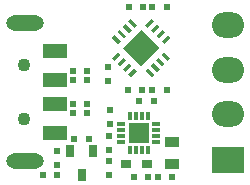
<source format=gts>
G04 #@! TF.FileFunction,Soldermask,Top*
%FSLAX46Y46*%
G04 Gerber Fmt 4.6, Leading zero omitted, Abs format (unit mm)*
G04 Created by KiCad (PCBNEW 4.0.2-stable) date Martedì 30 Maggio 2017 22:22:28*
%MOMM*%
G01*
G04 APERTURE LIST*
%ADD10C,0.100000*%
%ADD11R,0.600000X0.500000*%
%ADD12R,0.800100X1.000000*%
%ADD13R,0.900000X0.800000*%
%ADD14R,1.300000X0.900000*%
%ADD15R,0.500000X0.600000*%
%ADD16O,3.200000X1.300000*%
%ADD17C,1.100000*%
%ADD18R,2.000000X1.200000*%
%ADD19R,2.700000X2.200000*%
%ADD20O,2.700000X2.200000*%
%ADD21R,0.750000X0.300000*%
%ADD22R,0.300000X0.750000*%
%ADD23R,1.700000X1.700000*%
%ADD24C,0.500000*%
G04 APERTURE END LIST*
D10*
D11*
X211450000Y-142700000D03*
X212650000Y-142700000D03*
X210600000Y-142700000D03*
X209400000Y-142700000D03*
X204400000Y-139500000D03*
X205600000Y-139500000D03*
X204300000Y-137250000D03*
X205500000Y-137250000D03*
X204300000Y-133750000D03*
X205500000Y-133750000D03*
D12*
X205950000Y-140499240D03*
X204050000Y-140499240D03*
X205000000Y-142498220D03*
D11*
X204300000Y-136500000D03*
X205500000Y-136500000D03*
X205500000Y-134500000D03*
X204300000Y-134500000D03*
X210150000Y-135350000D03*
X208950000Y-135350000D03*
D13*
X210550000Y-141600000D03*
X208750000Y-141600000D03*
D14*
X212650000Y-139700000D03*
X212650000Y-141600000D03*
D15*
X207300000Y-142500000D03*
X207300000Y-141300000D03*
D11*
X211100000Y-136300000D03*
X209900000Y-136300000D03*
X212200000Y-135350000D03*
X211000000Y-135350000D03*
X209000000Y-128300000D03*
X210200000Y-128300000D03*
D15*
X207250000Y-133400000D03*
X207250000Y-134600000D03*
D11*
X212200000Y-128300000D03*
X211000000Y-128300000D03*
D15*
X202950000Y-141700000D03*
X202950000Y-140500000D03*
D11*
X202950000Y-142500000D03*
X201750000Y-142500000D03*
D15*
X207400000Y-138200000D03*
X207400000Y-137000000D03*
X207300000Y-139200000D03*
X207300000Y-140400000D03*
D16*
X200200000Y-129650000D03*
D17*
X200150000Y-137750000D03*
X200150000Y-133250000D03*
D18*
X202750000Y-139000000D03*
X202750000Y-136500000D03*
X202750000Y-134500000D03*
X202750000Y-132000000D03*
D16*
X200200000Y-141350000D03*
D10*
G36*
X212309099Y-130678769D02*
X212521231Y-130890901D01*
X211990901Y-131421231D01*
X211778769Y-131209099D01*
X212309099Y-130678769D01*
X212309099Y-130678769D01*
G37*
G36*
X211849479Y-130219149D02*
X212061611Y-130431281D01*
X211531281Y-130961611D01*
X211319149Y-130749479D01*
X211849479Y-130219149D01*
X211849479Y-130219149D01*
G37*
G36*
X211389860Y-129759530D02*
X211601992Y-129971662D01*
X211071662Y-130501992D01*
X210859530Y-130289860D01*
X211389860Y-129759530D01*
X211389860Y-129759530D01*
G37*
G36*
X210930240Y-129299910D02*
X211142372Y-129512042D01*
X210612042Y-130042372D01*
X210399910Y-129830240D01*
X210930240Y-129299910D01*
X210930240Y-129299910D01*
G37*
G36*
X208950342Y-129512042D02*
X209162474Y-129299910D01*
X209692804Y-129830240D01*
X209480672Y-130042372D01*
X208950342Y-129512042D01*
X208950342Y-129512042D01*
G37*
G36*
X208490722Y-129971662D02*
X208702854Y-129759530D01*
X209233184Y-130289860D01*
X209021052Y-130501992D01*
X208490722Y-129971662D01*
X208490722Y-129971662D01*
G37*
G36*
X208031103Y-130431281D02*
X208243235Y-130219149D01*
X208773565Y-130749479D01*
X208561433Y-130961611D01*
X208031103Y-130431281D01*
X208031103Y-130431281D01*
G37*
G36*
X207571483Y-130890901D02*
X207783615Y-130678769D01*
X208313945Y-131209099D01*
X208101813Y-131421231D01*
X207571483Y-130890901D01*
X207571483Y-130890901D01*
G37*
G36*
X208101813Y-132128337D02*
X208313945Y-132340469D01*
X207783615Y-132870799D01*
X207571483Y-132658667D01*
X208101813Y-132128337D01*
X208101813Y-132128337D01*
G37*
G36*
X208561433Y-132587957D02*
X208773565Y-132800089D01*
X208243235Y-133330419D01*
X208031103Y-133118287D01*
X208561433Y-132587957D01*
X208561433Y-132587957D01*
G37*
G36*
X209021052Y-133047576D02*
X209233184Y-133259708D01*
X208702854Y-133790038D01*
X208490722Y-133577906D01*
X209021052Y-133047576D01*
X209021052Y-133047576D01*
G37*
G36*
X209480672Y-133507196D02*
X209692804Y-133719328D01*
X209162474Y-134249658D01*
X208950342Y-134037526D01*
X209480672Y-133507196D01*
X209480672Y-133507196D01*
G37*
G36*
X210399910Y-133719328D02*
X210612042Y-133507196D01*
X211142372Y-134037526D01*
X210930240Y-134249658D01*
X210399910Y-133719328D01*
X210399910Y-133719328D01*
G37*
G36*
X210859530Y-133259708D02*
X211071662Y-133047576D01*
X211601992Y-133577906D01*
X211389860Y-133790038D01*
X210859530Y-133259708D01*
X210859530Y-133259708D01*
G37*
G36*
X211319149Y-132800089D02*
X211531281Y-132587957D01*
X212061611Y-133118287D01*
X211849479Y-133330419D01*
X211319149Y-132800089D01*
X211319149Y-132800089D01*
G37*
G36*
X211778769Y-132340469D02*
X211990901Y-132128337D01*
X212521231Y-132658667D01*
X212309099Y-132870799D01*
X211778769Y-132340469D01*
X211778769Y-132340469D01*
G37*
G36*
X210046357Y-130219149D02*
X211601992Y-131774784D01*
X210046357Y-133330419D01*
X208490722Y-131774784D01*
X210046357Y-130219149D01*
X210046357Y-130219149D01*
G37*
D19*
X217400000Y-141215000D03*
D20*
X217400000Y-137400000D03*
X217400000Y-133600000D03*
X217400000Y-129785000D03*
D21*
X211325000Y-139725000D03*
X211325000Y-139225000D03*
X211325000Y-138725000D03*
X211325000Y-138225000D03*
D22*
X210600000Y-137500000D03*
X210100000Y-137500000D03*
X209600000Y-137500000D03*
X209100000Y-137500000D03*
D21*
X208375000Y-138225000D03*
X208375000Y-138725000D03*
X208375000Y-139225000D03*
X208375000Y-139725000D03*
D22*
X209100000Y-140450000D03*
X209600000Y-140450000D03*
X210100000Y-140450000D03*
X210600000Y-140450000D03*
D23*
X209850000Y-138975000D03*
D24*
X209850000Y-138975000D03*
X209250000Y-139575000D03*
X210450000Y-138375000D03*
X210450000Y-139575000D03*
X209250000Y-138375000D03*
M02*

</source>
